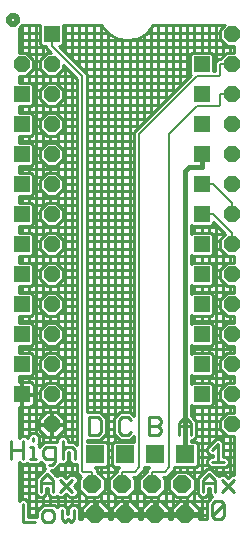
<source format=gbr>
G04 EAGLE Gerber RS-274X export*
G75*
%MOMM*%
%FSLAX34Y34*%
%LPD*%
%INTop Copper*%
%IPPOS*%
%AMOC8*
5,1,8,0,0,1.08239X$1,22.5*%
G01*
%ADD10C,0.406400*%
%ADD11C,0.254000*%
%ADD12P,1.429621X8X22.500000*%
%ADD13R,1.320800X1.320800*%
%ADD14R,1.524000X1.524000*%
%ADD15P,1.649562X8X22.500000*%
%ADD16C,0.381000*%
%ADD17C,0.203200*%


D10*
X-11212Y431800D02*
X-11210Y431919D01*
X-11204Y432039D01*
X-11194Y432158D01*
X-11180Y432276D01*
X-11162Y432394D01*
X-11141Y432512D01*
X-11115Y432628D01*
X-11086Y432744D01*
X-11052Y432859D01*
X-11015Y432972D01*
X-10974Y433084D01*
X-10930Y433195D01*
X-10882Y433305D01*
X-10830Y433412D01*
X-10775Y433518D01*
X-10716Y433622D01*
X-10653Y433724D01*
X-10588Y433823D01*
X-10519Y433921D01*
X-10447Y434016D01*
X-10372Y434109D01*
X-10293Y434199D01*
X-10212Y434287D01*
X-10128Y434371D01*
X-10041Y434453D01*
X-9952Y434532D01*
X-9860Y434608D01*
X-9765Y434681D01*
X-9668Y434751D01*
X-9569Y434817D01*
X-9467Y434880D01*
X-9364Y434940D01*
X-9259Y434996D01*
X-9152Y435049D01*
X-9043Y435098D01*
X-8932Y435144D01*
X-8820Y435185D01*
X-8707Y435223D01*
X-8593Y435258D01*
X-8477Y435288D01*
X-8361Y435315D01*
X-8244Y435337D01*
X-8126Y435356D01*
X-8007Y435371D01*
X-7888Y435382D01*
X-7769Y435389D01*
X-7650Y435392D01*
X-7530Y435391D01*
X-7411Y435386D01*
X-7292Y435377D01*
X-7173Y435364D01*
X-7055Y435347D01*
X-6938Y435327D01*
X-6821Y435302D01*
X-6705Y435273D01*
X-6590Y435241D01*
X-6476Y435205D01*
X-6363Y435165D01*
X-6252Y435121D01*
X-6143Y435074D01*
X-6035Y435023D01*
X-5928Y434969D01*
X-5824Y434911D01*
X-5722Y434849D01*
X-5621Y434785D01*
X-5523Y434716D01*
X-5427Y434645D01*
X-5334Y434571D01*
X-5243Y434493D01*
X-5155Y434413D01*
X-5070Y434329D01*
X-4987Y434243D01*
X-4907Y434154D01*
X-4830Y434063D01*
X-4757Y433969D01*
X-4686Y433872D01*
X-4619Y433774D01*
X-4555Y433673D01*
X-4494Y433570D01*
X-4437Y433465D01*
X-4384Y433359D01*
X-4334Y433250D01*
X-4287Y433140D01*
X-4245Y433029D01*
X-4206Y432916D01*
X-4170Y432802D01*
X-4139Y432686D01*
X-4112Y432570D01*
X-4088Y432453D01*
X-4068Y432335D01*
X-4052Y432217D01*
X-4040Y432098D01*
X-4032Y431979D01*
X-4028Y431860D01*
X-4028Y431740D01*
X-4032Y431621D01*
X-4040Y431502D01*
X-4052Y431383D01*
X-4068Y431265D01*
X-4088Y431147D01*
X-4112Y431030D01*
X-4139Y430914D01*
X-4170Y430798D01*
X-4206Y430684D01*
X-4245Y430571D01*
X-4287Y430460D01*
X-4334Y430350D01*
X-4384Y430241D01*
X-4437Y430135D01*
X-4494Y430030D01*
X-4555Y429927D01*
X-4619Y429826D01*
X-4686Y429728D01*
X-4757Y429631D01*
X-4830Y429537D01*
X-4907Y429446D01*
X-4987Y429357D01*
X-5070Y429271D01*
X-5155Y429187D01*
X-5243Y429107D01*
X-5334Y429029D01*
X-5427Y428955D01*
X-5523Y428884D01*
X-5621Y428815D01*
X-5722Y428751D01*
X-5824Y428689D01*
X-5928Y428631D01*
X-6035Y428577D01*
X-6143Y428526D01*
X-6252Y428479D01*
X-6363Y428435D01*
X-6476Y428395D01*
X-6590Y428359D01*
X-6705Y428327D01*
X-6821Y428298D01*
X-6938Y428273D01*
X-7055Y428253D01*
X-7173Y428236D01*
X-7292Y428223D01*
X-7411Y428214D01*
X-7530Y428209D01*
X-7650Y428208D01*
X-7769Y428211D01*
X-7888Y428218D01*
X-8007Y428229D01*
X-8126Y428244D01*
X-8244Y428263D01*
X-8361Y428285D01*
X-8477Y428312D01*
X-8593Y428342D01*
X-8707Y428377D01*
X-8820Y428415D01*
X-8932Y428456D01*
X-9043Y428502D01*
X-9152Y428551D01*
X-9259Y428604D01*
X-9364Y428660D01*
X-9467Y428720D01*
X-9569Y428783D01*
X-9668Y428849D01*
X-9765Y428919D01*
X-9860Y428992D01*
X-9952Y429068D01*
X-10041Y429147D01*
X-10128Y429229D01*
X-10212Y429313D01*
X-10293Y429401D01*
X-10372Y429491D01*
X-10447Y429584D01*
X-10519Y429679D01*
X-10588Y429777D01*
X-10653Y429876D01*
X-10716Y429978D01*
X-10775Y430082D01*
X-10830Y430188D01*
X-10882Y430295D01*
X-10930Y430405D01*
X-10974Y430516D01*
X-11015Y430628D01*
X-11052Y430741D01*
X-11086Y430856D01*
X-11115Y430972D01*
X-11141Y431088D01*
X-11162Y431206D01*
X-11180Y431324D01*
X-11194Y431442D01*
X-11204Y431561D01*
X-11210Y431681D01*
X-11212Y431800D01*
D11*
X57150Y95263D02*
X57150Y80010D01*
X64777Y80010D01*
X67319Y82552D01*
X67319Y92721D01*
X64777Y95263D01*
X57150Y95263D01*
X90177Y95263D02*
X92719Y92721D01*
X90177Y95263D02*
X85092Y95263D01*
X82550Y92721D01*
X82550Y82552D01*
X85092Y80010D01*
X90177Y80010D01*
X92719Y82552D01*
X107950Y80010D02*
X107950Y95263D01*
X115577Y95263D01*
X118119Y92721D01*
X118119Y90179D01*
X115577Y87637D01*
X118119Y85094D01*
X118119Y82552D01*
X115577Y80010D01*
X107950Y80010D01*
X107950Y87637D02*
X115577Y87637D01*
X133350Y90179D02*
X133350Y80010D01*
X133350Y90179D02*
X138434Y95263D01*
X143519Y90179D01*
X143519Y80010D01*
X143519Y87637D02*
X133350Y87637D01*
X16510Y41919D02*
X16510Y31750D01*
X16510Y41919D02*
X21594Y47003D01*
X26679Y41919D01*
X26679Y31750D01*
X26679Y39377D02*
X16510Y39377D01*
X32882Y41919D02*
X43050Y31750D01*
X32882Y31750D02*
X43050Y41919D01*
X-8890Y59690D02*
X-8890Y74943D01*
X-8890Y67317D02*
X1279Y67317D01*
X1279Y74943D02*
X1279Y59690D01*
X7482Y69859D02*
X10024Y69859D01*
X10024Y59690D01*
X7482Y59690D02*
X12566Y59690D01*
X10024Y74943D02*
X10024Y77485D01*
X23480Y54606D02*
X26022Y54606D01*
X28565Y57148D01*
X28565Y69859D01*
X20938Y69859D01*
X18396Y67317D01*
X18396Y62232D01*
X20938Y59690D01*
X28565Y59690D01*
X34768Y59690D02*
X34768Y74943D01*
X37310Y69859D02*
X34768Y67317D01*
X37310Y69859D02*
X42394Y69859D01*
X44936Y67317D01*
X44936Y59690D01*
X1270Y21603D02*
X1270Y6350D01*
X11439Y6350D01*
X20184Y6350D02*
X25268Y6350D01*
X27810Y8892D01*
X27810Y13977D01*
X25268Y16519D01*
X20184Y16519D01*
X17642Y13977D01*
X17642Y8892D01*
X20184Y6350D01*
X34013Y8892D02*
X34013Y16519D01*
X34013Y8892D02*
X36555Y6350D01*
X39097Y8892D01*
X41640Y6350D01*
X44182Y8892D01*
X44182Y16519D01*
X153670Y31750D02*
X153670Y41919D01*
X158754Y47003D01*
X163839Y41919D01*
X163839Y31750D01*
X163839Y39377D02*
X153670Y39377D01*
X170042Y41919D02*
X180210Y31750D01*
X170042Y31750D02*
X180210Y41919D01*
X161290Y67319D02*
X166374Y72403D01*
X166374Y57150D01*
X161290Y57150D02*
X171459Y57150D01*
X161290Y21601D02*
X161290Y11432D01*
X161290Y21601D02*
X163832Y24143D01*
X168917Y24143D01*
X171459Y21601D01*
X171459Y11432D01*
X168917Y8890D01*
X163832Y8890D01*
X161290Y11432D01*
X171459Y21601D01*
D12*
X0Y393700D03*
D13*
X0Y368300D03*
X0Y342900D03*
X0Y317500D03*
X0Y292100D03*
X0Y266700D03*
X0Y241300D03*
X0Y215900D03*
X0Y190500D03*
X0Y165100D03*
X0Y139700D03*
X0Y114300D03*
X152400Y114300D03*
X152400Y139700D03*
X152400Y165100D03*
X152400Y190500D03*
X152400Y215900D03*
X152400Y241300D03*
X152400Y266700D03*
X152400Y292100D03*
X152400Y317500D03*
X152400Y342900D03*
X152400Y368300D03*
X152400Y393700D03*
X25400Y419100D03*
D12*
X25400Y393700D03*
X25400Y368300D03*
X25400Y342900D03*
X25400Y317500D03*
X25400Y292100D03*
X25400Y266700D03*
X25400Y241300D03*
X25400Y215900D03*
X25400Y190500D03*
X25400Y165100D03*
X25400Y139700D03*
X25400Y114300D03*
X25400Y88900D03*
X177800Y88900D03*
X177800Y114300D03*
X177800Y139700D03*
X177800Y165100D03*
X177800Y190500D03*
X177800Y215900D03*
X177800Y241300D03*
X177800Y266700D03*
X177800Y292100D03*
X177800Y317500D03*
X177800Y342900D03*
X177800Y368300D03*
X177800Y393700D03*
X177800Y419100D03*
D14*
X138430Y63500D03*
D15*
X135890Y38100D03*
X138430Y12700D03*
D14*
X113030Y63500D03*
D15*
X110490Y38100D03*
X113030Y12700D03*
D14*
X87630Y63500D03*
D15*
X85090Y38100D03*
X87630Y12700D03*
D14*
X62230Y63500D03*
D15*
X59690Y38100D03*
X62230Y12700D03*
D11*
X35306Y389597D02*
X35306Y393410D01*
X46914Y381802D01*
X46914Y71804D01*
X46830Y71888D01*
X44288Y74431D01*
X39339Y74431D01*
X39339Y76837D01*
X36661Y79515D01*
X32874Y79515D01*
X30196Y76837D01*
X30196Y74431D01*
X19044Y74431D01*
X17279Y72665D01*
X16366Y71752D01*
X16366Y71752D01*
X15589Y70976D01*
X14596Y69982D01*
X14596Y71752D01*
X13947Y72401D01*
X14596Y73049D01*
X14596Y79379D01*
X11918Y82057D01*
X8130Y82057D01*
X5452Y79379D01*
X5452Y77236D01*
X3172Y79515D01*
X-615Y79515D01*
X-2540Y77590D01*
X-2540Y103886D01*
X-762Y103886D01*
X-762Y113538D01*
X762Y113538D01*
X762Y103886D01*
X7106Y103886D01*
X8075Y104146D01*
X8943Y104647D01*
X9653Y105357D01*
X10154Y106225D01*
X10414Y107194D01*
X10414Y113538D01*
X762Y113538D01*
X762Y115062D01*
X10414Y115062D01*
X10414Y121406D01*
X10154Y122375D01*
X9653Y123243D01*
X8943Y123953D01*
X8075Y124454D01*
X7106Y124714D01*
X762Y124714D01*
X762Y115062D01*
X-762Y115062D01*
X-762Y124714D01*
X-2540Y124714D01*
X-2540Y129794D01*
X7972Y129794D01*
X9906Y131728D01*
X9906Y147672D01*
X7972Y149606D01*
X-2540Y149606D01*
X-2540Y155194D01*
X7972Y155194D01*
X9906Y157128D01*
X9906Y173072D01*
X7972Y175006D01*
X-2540Y175006D01*
X-2540Y180594D01*
X7972Y180594D01*
X9906Y182528D01*
X9906Y198472D01*
X7972Y200406D01*
X-2540Y200406D01*
X-2540Y205994D01*
X7972Y205994D01*
X9906Y207928D01*
X9906Y223872D01*
X7972Y225806D01*
X-2540Y225806D01*
X-2540Y231394D01*
X7972Y231394D01*
X9906Y233328D01*
X9906Y249272D01*
X7972Y251206D01*
X-2540Y251206D01*
X-2540Y256794D01*
X7972Y256794D01*
X9906Y258728D01*
X9906Y274672D01*
X7972Y276606D01*
X-2540Y276606D01*
X-2540Y282194D01*
X7972Y282194D01*
X9906Y284128D01*
X9906Y300072D01*
X7972Y302006D01*
X-2540Y302006D01*
X-2540Y307594D01*
X7972Y307594D01*
X9906Y309528D01*
X9906Y325472D01*
X7972Y327406D01*
X-2540Y327406D01*
X-2540Y332994D01*
X7972Y332994D01*
X9906Y334928D01*
X9906Y350872D01*
X7972Y352806D01*
X-2540Y352806D01*
X-2540Y358394D01*
X7972Y358394D01*
X9906Y360328D01*
X9906Y376272D01*
X7972Y378206D01*
X-2540Y378206D01*
X-2540Y383794D01*
X4103Y383794D01*
X9906Y389597D01*
X9906Y397803D01*
X4103Y403606D01*
X-2540Y403606D01*
X-2540Y424998D01*
X-399Y426553D01*
X-180Y427228D01*
X15650Y427228D01*
X15494Y427072D01*
X15494Y411128D01*
X17428Y409194D01*
X21082Y409194D01*
X21082Y407634D01*
X25110Y403606D01*
X21297Y403606D01*
X15494Y397803D01*
X15494Y389597D01*
X21297Y383794D01*
X29503Y383794D01*
X35306Y389597D01*
X26162Y99314D02*
X26162Y89662D01*
X24638Y89662D01*
X24638Y99314D01*
X21086Y99314D01*
X14986Y93214D01*
X14986Y89662D01*
X24638Y89662D01*
X24638Y88138D01*
X14986Y88138D01*
X14986Y84586D01*
X21086Y78486D01*
X24638Y78486D01*
X24638Y88138D01*
X26162Y88138D01*
X26162Y78486D01*
X29714Y78486D01*
X35814Y84586D01*
X35814Y88138D01*
X26162Y88138D01*
X26162Y89662D01*
X35814Y89662D01*
X35814Y93214D01*
X29714Y99314D01*
X26162Y99314D01*
X35306Y364197D02*
X35306Y372403D01*
X29503Y378206D01*
X21297Y378206D01*
X15494Y372403D01*
X15494Y364197D01*
X21297Y358394D01*
X29503Y358394D01*
X35306Y364197D01*
X35306Y347003D02*
X35306Y338797D01*
X35306Y347003D02*
X29503Y352806D01*
X21297Y352806D01*
X15494Y347003D01*
X15494Y338797D01*
X21297Y332994D01*
X29503Y332994D01*
X35306Y338797D01*
X35306Y321603D02*
X35306Y313397D01*
X35306Y321603D02*
X29503Y327406D01*
X21297Y327406D01*
X15494Y321603D01*
X15494Y313397D01*
X21297Y307594D01*
X29503Y307594D01*
X35306Y313397D01*
X35306Y296203D02*
X35306Y287997D01*
X35306Y296203D02*
X29503Y302006D01*
X21297Y302006D01*
X15494Y296203D01*
X15494Y287997D01*
X21297Y282194D01*
X29503Y282194D01*
X35306Y287997D01*
X35306Y270803D02*
X35306Y262597D01*
X35306Y270803D02*
X29503Y276606D01*
X21297Y276606D01*
X15494Y270803D01*
X15494Y262597D01*
X21297Y256794D01*
X29503Y256794D01*
X35306Y262597D01*
X35306Y245403D02*
X35306Y237197D01*
X35306Y245403D02*
X29503Y251206D01*
X21297Y251206D01*
X15494Y245403D01*
X15494Y237197D01*
X21297Y231394D01*
X29503Y231394D01*
X35306Y237197D01*
X35306Y220003D02*
X35306Y211797D01*
X35306Y220003D02*
X29503Y225806D01*
X21297Y225806D01*
X15494Y220003D01*
X15494Y211797D01*
X21297Y205994D01*
X29503Y205994D01*
X35306Y211797D01*
X35306Y194603D02*
X35306Y186397D01*
X35306Y194603D02*
X29503Y200406D01*
X21297Y200406D01*
X15494Y194603D01*
X15494Y186397D01*
X21297Y180594D01*
X29503Y180594D01*
X35306Y186397D01*
X35306Y169203D02*
X35306Y160997D01*
X35306Y169203D02*
X29503Y175006D01*
X21297Y175006D01*
X15494Y169203D01*
X15494Y160997D01*
X21297Y155194D01*
X29503Y155194D01*
X35306Y160997D01*
X35306Y143803D02*
X35306Y135597D01*
X35306Y143803D02*
X29503Y149606D01*
X21297Y149606D01*
X15494Y143803D01*
X15494Y135597D01*
X21297Y129794D01*
X29503Y129794D01*
X35306Y135597D01*
X35306Y118403D02*
X35306Y110197D01*
X35306Y118403D02*
X29503Y124206D01*
X21297Y124206D01*
X15494Y118403D01*
X15494Y110197D01*
X21297Y104394D01*
X29503Y104394D01*
X35306Y110197D01*
X33372Y409194D02*
X31736Y409194D01*
X33372Y409194D02*
X35306Y411128D01*
X35306Y427072D01*
X35150Y427228D01*
X68144Y427228D01*
X68442Y426407D01*
X68442Y426407D01*
X73912Y419888D01*
X73912Y419888D01*
X73912Y419888D01*
X81282Y415633D01*
X81282Y415633D01*
X89662Y414156D01*
X89662Y414156D01*
X98042Y415633D01*
X98042Y415633D01*
X105412Y419888D01*
X105412Y419888D01*
X110882Y426407D01*
X110882Y426407D01*
X111180Y427228D01*
X171919Y427228D01*
X167894Y423203D01*
X167894Y414997D01*
X173697Y409194D01*
X180140Y409194D01*
X180140Y403606D01*
X173697Y403606D01*
X168109Y398018D01*
X166334Y398018D01*
X163805Y395489D01*
X163805Y388341D01*
X162306Y388341D01*
X162306Y401672D01*
X160372Y403606D01*
X144428Y403606D01*
X142494Y401672D01*
X142494Y385728D01*
X143481Y384741D01*
X95476Y336736D01*
X95453Y336713D01*
X95453Y336713D01*
X95453Y336713D01*
X95453Y334942D01*
X95453Y96452D01*
X94748Y97157D01*
X92070Y99835D01*
X83198Y99835D01*
X81433Y98070D01*
X80520Y97157D01*
X80520Y97157D01*
X79743Y96380D01*
X77978Y94615D01*
X77978Y80658D01*
X80520Y78116D01*
X83198Y75438D01*
X92070Y75438D01*
X93785Y77153D01*
X95453Y78821D01*
X95453Y74422D01*
X78642Y74422D01*
X76708Y72488D01*
X76708Y54512D01*
X78642Y52578D01*
X82768Y52578D01*
X80772Y50582D01*
X80772Y49022D01*
X80566Y49022D01*
X74168Y42624D01*
X74168Y33576D01*
X80566Y27178D01*
X89614Y27178D01*
X96012Y33576D01*
X96012Y42624D01*
X94161Y44475D01*
X97572Y44475D01*
X100101Y47004D01*
X104089Y50992D01*
X104089Y52578D01*
X108168Y52578D01*
X106172Y50582D01*
X106172Y49022D01*
X105966Y49022D01*
X99568Y42624D01*
X99568Y33576D01*
X105966Y27178D01*
X115014Y27178D01*
X121412Y33576D01*
X121412Y42624D01*
X119561Y44475D01*
X122972Y44475D01*
X125501Y47004D01*
X129489Y50992D01*
X129489Y52578D01*
X147418Y52578D01*
X149352Y54512D01*
X149352Y72488D01*
X147418Y74422D01*
X143637Y74422D01*
X143637Y75438D01*
X145412Y75438D01*
X148091Y78116D01*
X148091Y92072D01*
X145412Y94751D01*
X143637Y96526D01*
X143637Y105185D01*
X144428Y104394D01*
X160372Y104394D01*
X162306Y106328D01*
X162306Y122272D01*
X160372Y124206D01*
X144428Y124206D01*
X143637Y123415D01*
X143637Y130585D01*
X144428Y129794D01*
X160372Y129794D01*
X162306Y131728D01*
X162306Y147672D01*
X160372Y149606D01*
X144428Y149606D01*
X143637Y148815D01*
X143637Y155985D01*
X144428Y155194D01*
X160372Y155194D01*
X162306Y157128D01*
X162306Y173072D01*
X160372Y175006D01*
X144428Y175006D01*
X143637Y174215D01*
X143637Y181385D01*
X144428Y180594D01*
X160372Y180594D01*
X162306Y182528D01*
X162306Y198472D01*
X160372Y200406D01*
X144428Y200406D01*
X143637Y199615D01*
X143637Y206785D01*
X144428Y205994D01*
X160372Y205994D01*
X162306Y207928D01*
X162306Y223872D01*
X160372Y225806D01*
X144428Y225806D01*
X143637Y225015D01*
X143637Y232185D01*
X144428Y231394D01*
X160372Y231394D01*
X162306Y233328D01*
X162306Y249272D01*
X160372Y251206D01*
X144428Y251206D01*
X143637Y250415D01*
X143637Y257585D01*
X144428Y256794D01*
X160372Y256794D01*
X162306Y258728D01*
X162306Y260364D01*
X172581Y250090D01*
X167894Y245403D01*
X167894Y237197D01*
X173697Y231394D01*
X180140Y231394D01*
X180140Y225806D01*
X173697Y225806D01*
X167894Y220003D01*
X167894Y211797D01*
X173697Y205994D01*
X180140Y205994D01*
X180140Y200406D01*
X173697Y200406D01*
X167894Y194603D01*
X167894Y186397D01*
X173697Y180594D01*
X180140Y180594D01*
X180140Y175006D01*
X173697Y175006D01*
X167894Y169203D01*
X167894Y160997D01*
X173697Y155194D01*
X180140Y155194D01*
X180140Y149606D01*
X173697Y149606D01*
X167894Y143803D01*
X167894Y135597D01*
X173697Y129794D01*
X180140Y129794D01*
X180140Y124206D01*
X173697Y124206D01*
X167894Y118403D01*
X167894Y110197D01*
X173697Y104394D01*
X180140Y104394D01*
X180140Y98806D01*
X173697Y98806D01*
X167894Y93003D01*
X167894Y84797D01*
X173697Y78994D01*
X180140Y78994D01*
X180140Y46491D01*
X178316Y46491D01*
X175126Y43300D01*
X171935Y46491D01*
X168148Y46491D01*
X166940Y45283D01*
X165732Y46491D01*
X165732Y46491D01*
X160648Y51575D01*
X156861Y51575D01*
X154182Y48897D01*
X154182Y48897D01*
X151776Y46491D01*
X151776Y46491D01*
X149098Y43812D01*
X149098Y29856D01*
X151776Y27178D01*
X155564Y27178D01*
X158242Y29856D01*
X158242Y34805D01*
X159267Y34805D01*
X159267Y29856D01*
X161173Y27950D01*
X160223Y27000D01*
X159260Y26037D01*
X159260Y26037D01*
X158433Y25209D01*
X156718Y23495D01*
X156718Y9538D01*
X157366Y8890D01*
X149860Y8890D01*
X149860Y11430D01*
X139700Y11430D01*
X139700Y13970D01*
X149860Y13970D01*
X149860Y17434D01*
X143164Y24130D01*
X139700Y24130D01*
X139700Y13970D01*
X137160Y13970D01*
X137160Y24130D01*
X133696Y24130D01*
X127000Y17434D01*
X127000Y13970D01*
X137160Y13970D01*
X137160Y11430D01*
X127000Y11430D01*
X127000Y8890D01*
X124460Y8890D01*
X124460Y11430D01*
X114300Y11430D01*
X114300Y13970D01*
X124460Y13970D01*
X124460Y17434D01*
X117764Y24130D01*
X114300Y24130D01*
X114300Y13970D01*
X111760Y13970D01*
X111760Y24130D01*
X108296Y24130D01*
X101600Y17434D01*
X101600Y13970D01*
X111760Y13970D01*
X111760Y11430D01*
X101600Y11430D01*
X101600Y8890D01*
X99060Y8890D01*
X99060Y11430D01*
X88900Y11430D01*
X88900Y13970D01*
X99060Y13970D01*
X99060Y17434D01*
X92364Y24130D01*
X88900Y24130D01*
X88900Y13970D01*
X86360Y13970D01*
X86360Y24130D01*
X82896Y24130D01*
X76200Y17434D01*
X76200Y13970D01*
X86360Y13970D01*
X86360Y11430D01*
X76200Y11430D01*
X76200Y8890D01*
X73660Y8890D01*
X73660Y11430D01*
X63500Y11430D01*
X63500Y13970D01*
X73660Y13970D01*
X73660Y17434D01*
X66964Y24130D01*
X63500Y24130D01*
X63500Y13970D01*
X60960Y13970D01*
X60960Y24130D01*
X57496Y24130D01*
X50800Y17434D01*
X50800Y13970D01*
X60960Y13970D01*
X60960Y11430D01*
X50800Y11430D01*
X50800Y8890D01*
X48754Y8890D01*
X48754Y18412D01*
X46076Y21091D01*
X42288Y21091D01*
X39610Y18412D01*
X39610Y13464D01*
X38585Y13464D01*
X38585Y18412D01*
X35907Y21091D01*
X32119Y21091D01*
X29641Y18612D01*
X27162Y21091D01*
X18290Y21091D01*
X16525Y19325D01*
X15612Y18412D01*
X15612Y18412D01*
X14835Y17636D01*
X13070Y15870D01*
X13070Y10922D01*
X5842Y10922D01*
X5842Y23497D01*
X3164Y26175D01*
X-624Y26175D01*
X-2540Y24259D01*
X-2540Y57043D01*
X-615Y55118D01*
X3172Y55118D01*
X4380Y56326D01*
X5588Y55118D01*
X14460Y55118D01*
X16752Y57410D01*
X18908Y55254D01*
X18908Y52712D01*
X20045Y51575D01*
X19701Y51575D01*
X17022Y48897D01*
X11938Y43812D01*
X11938Y29856D01*
X14616Y27178D01*
X18404Y27178D01*
X21082Y29856D01*
X21082Y34805D01*
X22107Y34805D01*
X22107Y29856D01*
X24785Y27178D01*
X28572Y27178D01*
X29780Y28386D01*
X30988Y27178D01*
X34775Y27178D01*
X37966Y30369D01*
X41156Y27178D01*
X44944Y27178D01*
X47622Y29856D01*
X47622Y33644D01*
X44432Y36834D01*
X47622Y40025D01*
X47622Y43812D01*
X44944Y46491D01*
X41156Y46491D01*
X37966Y43300D01*
X34775Y46491D01*
X30988Y46491D01*
X29780Y45283D01*
X28572Y46491D01*
X25029Y50034D01*
X27916Y50034D01*
X30458Y52576D01*
X33001Y55118D01*
X36661Y55118D01*
X39339Y57796D01*
X39339Y65287D01*
X40364Y65287D01*
X40364Y57796D01*
X43042Y55118D01*
X46830Y55118D01*
X46914Y55202D01*
X46914Y47563D01*
X47473Y47004D01*
X50002Y44475D01*
X50619Y44475D01*
X48768Y42624D01*
X48768Y33576D01*
X55166Y27178D01*
X64214Y27178D01*
X70612Y33576D01*
X70612Y42624D01*
X64214Y49022D01*
X64008Y49022D01*
X64008Y50582D01*
X62012Y52578D01*
X71218Y52578D01*
X73152Y54512D01*
X73152Y72488D01*
X71218Y74422D01*
X55550Y74422D01*
X55550Y75438D01*
X66670Y75438D01*
X68385Y77153D01*
X69212Y77980D01*
X69212Y77980D01*
X70176Y78943D01*
X71891Y80658D01*
X71891Y94615D01*
X69348Y97157D01*
X66670Y99835D01*
X55550Y99835D01*
X55550Y385380D01*
X53021Y387909D01*
X31736Y409194D01*
X156718Y69212D02*
X156718Y65425D01*
X159396Y62747D01*
X161802Y62747D01*
X161802Y61722D01*
X159396Y61722D01*
X156718Y59044D01*
X156718Y55256D01*
X159396Y52578D01*
X173352Y52578D01*
X176031Y55256D01*
X176031Y59044D01*
X173352Y61722D01*
X170946Y61722D01*
X170946Y74297D01*
X168268Y76975D01*
X164481Y76975D01*
X161802Y74297D01*
X156718Y69212D01*
X146812Y42624D02*
X146812Y33576D01*
X146812Y42624D02*
X140414Y49022D01*
X131366Y49022D01*
X124968Y42624D01*
X124968Y33576D01*
X131366Y27178D01*
X140414Y27178D01*
X146812Y33576D01*
X13070Y12192D02*
X5842Y12192D01*
X48754Y12192D02*
X60960Y12192D01*
X63500Y12192D02*
X86360Y12192D01*
X88900Y12192D02*
X111760Y12192D01*
X114300Y12192D02*
X137160Y12192D01*
X139700Y12192D02*
X156718Y12192D01*
X15487Y18288D02*
X5842Y18288D01*
X38585Y18288D02*
X39610Y18288D01*
X48754Y18288D02*
X51654Y18288D01*
X60960Y18288D02*
X63500Y18288D01*
X72806Y18288D02*
X77054Y18288D01*
X86360Y18288D02*
X88900Y18288D01*
X98206Y18288D02*
X102454Y18288D01*
X111760Y18288D02*
X114300Y18288D01*
X123606Y18288D02*
X127854Y18288D01*
X137160Y18288D02*
X139700Y18288D01*
X149006Y18288D02*
X156718Y18288D01*
X-2415Y24384D02*
X-2540Y24384D01*
X4955Y24384D02*
X157607Y24384D01*
X11938Y30480D02*
X-2540Y30480D01*
X21082Y30480D02*
X22107Y30480D01*
X47622Y30480D02*
X51864Y30480D01*
X67516Y30480D02*
X77264Y30480D01*
X92916Y30480D02*
X102664Y30480D01*
X118316Y30480D02*
X128064Y30480D01*
X143716Y30480D02*
X149098Y30480D01*
X158242Y30480D02*
X159267Y30480D01*
X11938Y36576D02*
X-2540Y36576D01*
X44690Y36576D02*
X48768Y36576D01*
X70612Y36576D02*
X74168Y36576D01*
X96012Y36576D02*
X99568Y36576D01*
X121412Y36576D02*
X124968Y36576D01*
X146812Y36576D02*
X149098Y36576D01*
X11938Y42672D02*
X-2540Y42672D01*
X47622Y42672D02*
X48816Y42672D01*
X70564Y42672D02*
X74216Y42672D01*
X95964Y42672D02*
X99616Y42672D01*
X121364Y42672D02*
X125016Y42672D01*
X146764Y42672D02*
X149098Y42672D01*
X16894Y48768D02*
X-2540Y48768D01*
X26295Y48768D02*
X46914Y48768D01*
X64468Y48768D02*
X80312Y48768D01*
X101865Y48768D02*
X105712Y48768D01*
X127265Y48768D02*
X131112Y48768D01*
X140668Y48768D02*
X154054Y48768D01*
X163455Y48768D02*
X180140Y48768D01*
X18908Y54864D02*
X-2540Y54864D01*
X32747Y54864D02*
X46914Y54864D01*
X73152Y54864D02*
X76708Y54864D01*
X149352Y54864D02*
X157110Y54864D01*
X175638Y54864D02*
X180140Y54864D01*
X40364Y60960D02*
X39339Y60960D01*
X73152Y60960D02*
X76708Y60960D01*
X149352Y60960D02*
X158634Y60960D01*
X174114Y60960D02*
X180140Y60960D01*
X76708Y67056D02*
X73152Y67056D01*
X149352Y67056D02*
X156718Y67056D01*
X170946Y67056D02*
X180140Y67056D01*
X17766Y73152D02*
X14596Y73152D01*
X45566Y73152D02*
X46914Y73152D01*
X72488Y73152D02*
X77372Y73152D01*
X148688Y73152D02*
X160658Y73152D01*
X170946Y73152D02*
X180140Y73152D01*
X-882Y79248D02*
X-2540Y79248D01*
X3439Y79248D02*
X5452Y79248D01*
X14596Y79248D02*
X20324Y79248D01*
X24638Y79248D02*
X26162Y79248D01*
X30476Y79248D02*
X32607Y79248D01*
X36928Y79248D02*
X46914Y79248D01*
X70480Y79248D02*
X79388Y79248D01*
X148091Y79248D02*
X173443Y79248D01*
X14986Y85344D02*
X-2540Y85344D01*
X24638Y85344D02*
X26162Y85344D01*
X35814Y85344D02*
X46914Y85344D01*
X71891Y85344D02*
X77978Y85344D01*
X148091Y85344D02*
X167894Y85344D01*
X14986Y91440D02*
X-2540Y91440D01*
X24638Y91440D02*
X26162Y91440D01*
X35814Y91440D02*
X46914Y91440D01*
X71891Y91440D02*
X77978Y91440D01*
X148091Y91440D02*
X167894Y91440D01*
X19308Y97536D02*
X-2540Y97536D01*
X24638Y97536D02*
X26162Y97536D01*
X31492Y97536D02*
X46914Y97536D01*
X68969Y97536D02*
X80899Y97536D01*
X94369Y97536D02*
X95453Y97536D01*
X143637Y97536D02*
X172427Y97536D01*
X46914Y103632D02*
X-2540Y103632D01*
X55550Y103632D02*
X95453Y103632D01*
X143637Y103632D02*
X180140Y103632D01*
X762Y109728D02*
X-762Y109728D01*
X10414Y109728D02*
X15963Y109728D01*
X34837Y109728D02*
X46914Y109728D01*
X55550Y109728D02*
X95453Y109728D01*
X162306Y109728D02*
X168363Y109728D01*
X762Y115824D02*
X-762Y115824D01*
X10414Y115824D02*
X15494Y115824D01*
X35306Y115824D02*
X46914Y115824D01*
X55550Y115824D02*
X95453Y115824D01*
X162306Y115824D02*
X167894Y115824D01*
X762Y121920D02*
X-762Y121920D01*
X10276Y121920D02*
X19011Y121920D01*
X31789Y121920D02*
X46914Y121920D01*
X55550Y121920D02*
X95453Y121920D01*
X162306Y121920D02*
X171411Y121920D01*
X46914Y128016D02*
X-2540Y128016D01*
X55550Y128016D02*
X95453Y128016D01*
X143637Y128016D02*
X180140Y128016D01*
X16979Y134112D02*
X9906Y134112D01*
X33821Y134112D02*
X46914Y134112D01*
X55550Y134112D02*
X95453Y134112D01*
X162306Y134112D02*
X169379Y134112D01*
X15494Y140208D02*
X9906Y140208D01*
X35306Y140208D02*
X46914Y140208D01*
X55550Y140208D02*
X95453Y140208D01*
X162306Y140208D02*
X167894Y140208D01*
X17995Y146304D02*
X9906Y146304D01*
X32805Y146304D02*
X46914Y146304D01*
X55550Y146304D02*
X95453Y146304D01*
X162306Y146304D02*
X170395Y146304D01*
X46914Y152400D02*
X-2540Y152400D01*
X55550Y152400D02*
X95453Y152400D01*
X143637Y152400D02*
X180140Y152400D01*
X17995Y158496D02*
X9906Y158496D01*
X32805Y158496D02*
X46914Y158496D01*
X55550Y158496D02*
X95453Y158496D01*
X162306Y158496D02*
X170395Y158496D01*
X15494Y164592D02*
X9906Y164592D01*
X35306Y164592D02*
X46914Y164592D01*
X55550Y164592D02*
X95453Y164592D01*
X162306Y164592D02*
X167894Y164592D01*
X16979Y170688D02*
X9906Y170688D01*
X33821Y170688D02*
X46914Y170688D01*
X55550Y170688D02*
X95453Y170688D01*
X162306Y170688D02*
X169379Y170688D01*
X46914Y176784D02*
X-2540Y176784D01*
X55550Y176784D02*
X95453Y176784D01*
X143637Y176784D02*
X180140Y176784D01*
X19011Y182880D02*
X9906Y182880D01*
X31789Y182880D02*
X46914Y182880D01*
X55550Y182880D02*
X95453Y182880D01*
X162306Y182880D02*
X171411Y182880D01*
X15494Y188976D02*
X9906Y188976D01*
X35306Y188976D02*
X46914Y188976D01*
X55550Y188976D02*
X95453Y188976D01*
X162306Y188976D02*
X167894Y188976D01*
X15963Y195072D02*
X9906Y195072D01*
X34837Y195072D02*
X46914Y195072D01*
X55550Y195072D02*
X95453Y195072D01*
X162306Y195072D02*
X168363Y195072D01*
X46914Y201168D02*
X-2540Y201168D01*
X55550Y201168D02*
X95453Y201168D01*
X143637Y201168D02*
X180140Y201168D01*
X20027Y207264D02*
X9242Y207264D01*
X30773Y207264D02*
X46914Y207264D01*
X55550Y207264D02*
X95453Y207264D01*
X161642Y207264D02*
X172427Y207264D01*
X15494Y213360D02*
X9906Y213360D01*
X35306Y213360D02*
X46914Y213360D01*
X55550Y213360D02*
X95453Y213360D01*
X162306Y213360D02*
X167894Y213360D01*
X15494Y219456D02*
X9906Y219456D01*
X35306Y219456D02*
X46914Y219456D01*
X55550Y219456D02*
X95453Y219456D01*
X162306Y219456D02*
X167894Y219456D01*
X21043Y225552D02*
X8226Y225552D01*
X29757Y225552D02*
X46914Y225552D01*
X55550Y225552D02*
X95453Y225552D01*
X143637Y225552D02*
X144174Y225552D01*
X160626Y225552D02*
X173443Y225552D01*
X21043Y231648D02*
X8226Y231648D01*
X29757Y231648D02*
X46914Y231648D01*
X55550Y231648D02*
X95453Y231648D01*
X143637Y231648D02*
X144174Y231648D01*
X160626Y231648D02*
X173443Y231648D01*
X15494Y237744D02*
X9906Y237744D01*
X35306Y237744D02*
X46914Y237744D01*
X55550Y237744D02*
X95453Y237744D01*
X162306Y237744D02*
X167894Y237744D01*
X15494Y243840D02*
X9906Y243840D01*
X35306Y243840D02*
X46914Y243840D01*
X55550Y243840D02*
X95453Y243840D01*
X162306Y243840D02*
X167894Y243840D01*
X20027Y249936D02*
X9242Y249936D01*
X30773Y249936D02*
X46914Y249936D01*
X55550Y249936D02*
X95453Y249936D01*
X161642Y249936D02*
X172427Y249936D01*
X46914Y256032D02*
X-2540Y256032D01*
X55550Y256032D02*
X95453Y256032D01*
X143637Y256032D02*
X166638Y256032D01*
X15963Y262128D02*
X9906Y262128D01*
X34837Y262128D02*
X46914Y262128D01*
X55550Y262128D02*
X95453Y262128D01*
X15494Y268224D02*
X9906Y268224D01*
X35306Y268224D02*
X46914Y268224D01*
X55550Y268224D02*
X95453Y268224D01*
X19011Y274320D02*
X9906Y274320D01*
X31789Y274320D02*
X46914Y274320D01*
X55550Y274320D02*
X95453Y274320D01*
X46914Y280416D02*
X-2540Y280416D01*
X55550Y280416D02*
X95453Y280416D01*
X16979Y286512D02*
X9906Y286512D01*
X33821Y286512D02*
X46914Y286512D01*
X55550Y286512D02*
X95453Y286512D01*
X15494Y292608D02*
X9906Y292608D01*
X35306Y292608D02*
X46914Y292608D01*
X55550Y292608D02*
X95453Y292608D01*
X17995Y298704D02*
X9906Y298704D01*
X32805Y298704D02*
X46914Y298704D01*
X55550Y298704D02*
X95453Y298704D01*
X46914Y304800D02*
X-2540Y304800D01*
X55550Y304800D02*
X95453Y304800D01*
X17995Y310896D02*
X9906Y310896D01*
X32805Y310896D02*
X46914Y310896D01*
X55550Y310896D02*
X95453Y310896D01*
X15494Y316992D02*
X9906Y316992D01*
X35306Y316992D02*
X46914Y316992D01*
X55550Y316992D02*
X95453Y316992D01*
X16979Y323088D02*
X9906Y323088D01*
X33821Y323088D02*
X46914Y323088D01*
X55550Y323088D02*
X95453Y323088D01*
X46914Y329184D02*
X-2540Y329184D01*
X55550Y329184D02*
X95453Y329184D01*
X19011Y335280D02*
X9906Y335280D01*
X31789Y335280D02*
X46914Y335280D01*
X55550Y335280D02*
X95453Y335280D01*
X15494Y341376D02*
X9906Y341376D01*
X35306Y341376D02*
X46914Y341376D01*
X55550Y341376D02*
X100116Y341376D01*
X15963Y347472D02*
X9906Y347472D01*
X34837Y347472D02*
X46914Y347472D01*
X55550Y347472D02*
X106212Y347472D01*
X46914Y353568D02*
X-2540Y353568D01*
X55550Y353568D02*
X112308Y353568D01*
X20027Y359664D02*
X9242Y359664D01*
X30773Y359664D02*
X46914Y359664D01*
X55550Y359664D02*
X118404Y359664D01*
X15494Y365760D02*
X9906Y365760D01*
X35306Y365760D02*
X46914Y365760D01*
X55550Y365760D02*
X124500Y365760D01*
X15494Y371856D02*
X9906Y371856D01*
X35306Y371856D02*
X46914Y371856D01*
X55550Y371856D02*
X130596Y371856D01*
X21043Y377952D02*
X8226Y377952D01*
X29757Y377952D02*
X46914Y377952D01*
X55550Y377952D02*
X136692Y377952D01*
X21043Y384048D02*
X4357Y384048D01*
X29757Y384048D02*
X44668Y384048D01*
X55550Y384048D02*
X142788Y384048D01*
X15494Y390144D02*
X9906Y390144D01*
X35306Y390144D02*
X38572Y390144D01*
X50786Y390144D02*
X142494Y390144D01*
X162306Y390144D02*
X163805Y390144D01*
X15494Y396240D02*
X9906Y396240D01*
X44690Y396240D02*
X142494Y396240D01*
X162306Y396240D02*
X164556Y396240D01*
X20027Y402336D02*
X5373Y402336D01*
X38594Y402336D02*
X143158Y402336D01*
X161642Y402336D02*
X172427Y402336D01*
X21082Y408432D02*
X-2540Y408432D01*
X32498Y408432D02*
X180140Y408432D01*
X15494Y414528D02*
X-2540Y414528D01*
X35306Y414528D02*
X87551Y414528D01*
X91773Y414528D02*
X168363Y414528D01*
X15494Y420624D02*
X-2540Y420624D01*
X35306Y420624D02*
X73295Y420624D01*
X106029Y420624D02*
X167894Y420624D01*
X15494Y426720D02*
X-345Y426720D01*
X35306Y426720D02*
X68328Y426720D01*
X110995Y426720D02*
X171411Y426720D01*
X0Y55118D02*
X0Y26175D01*
X0Y79515D02*
X0Y113538D01*
X0Y115062D02*
X0Y129794D01*
X0Y149606D02*
X0Y155194D01*
X0Y175006D02*
X0Y180594D01*
X0Y200406D02*
X0Y205994D01*
X0Y225806D02*
X0Y231394D01*
X0Y251206D02*
X0Y256794D01*
X0Y276606D02*
X0Y282194D01*
X0Y302006D02*
X0Y307594D01*
X0Y327406D02*
X0Y332994D01*
X0Y352806D02*
X0Y358394D01*
X0Y378206D02*
X0Y383794D01*
X0Y403606D02*
X0Y427228D01*
X6096Y55118D02*
X6096Y10922D01*
X6096Y80023D02*
X6096Y103886D01*
X6096Y113538D02*
X6096Y115062D01*
X6096Y124714D02*
X6096Y129794D01*
X6096Y149606D02*
X6096Y155194D01*
X6096Y175006D02*
X6096Y180594D01*
X6096Y200406D02*
X6096Y205994D01*
X6096Y225806D02*
X6096Y231394D01*
X6096Y251206D02*
X6096Y256794D01*
X6096Y276606D02*
X6096Y282194D01*
X6096Y302006D02*
X6096Y307594D01*
X6096Y327406D02*
X6096Y332994D01*
X6096Y352806D02*
X6096Y358394D01*
X6096Y378206D02*
X6096Y385787D01*
X6096Y401613D02*
X6096Y427228D01*
X12192Y29602D02*
X12192Y10922D01*
X12192Y44066D02*
X12192Y55118D01*
X12192Y81783D02*
X12192Y427228D01*
X18288Y27178D02*
X18288Y21089D01*
X18288Y50162D02*
X18288Y55874D01*
X18288Y73674D02*
X18288Y81284D01*
X18288Y88138D02*
X18288Y89662D01*
X18288Y96516D02*
X18288Y107403D01*
X18288Y121197D02*
X18288Y132803D01*
X18288Y146597D02*
X18288Y158203D01*
X18288Y171997D02*
X18288Y183603D01*
X18288Y197397D02*
X18288Y209003D01*
X18288Y222797D02*
X18288Y234403D01*
X18288Y248197D02*
X18288Y259803D01*
X18288Y273597D02*
X18288Y285203D01*
X18288Y298997D02*
X18288Y310603D01*
X18288Y324397D02*
X18288Y336003D01*
X18288Y349797D02*
X18288Y361403D01*
X18288Y375197D02*
X18288Y386803D01*
X18288Y400597D02*
X18288Y409194D01*
X24384Y27579D02*
X24384Y21091D01*
X24384Y74431D02*
X24384Y78486D01*
X24384Y88138D02*
X24384Y89662D01*
X24384Y99314D02*
X24384Y104394D01*
X24384Y124206D02*
X24384Y129794D01*
X24384Y149606D02*
X24384Y155194D01*
X24384Y175006D02*
X24384Y180594D01*
X24384Y200406D02*
X24384Y205994D01*
X24384Y225806D02*
X24384Y231394D01*
X24384Y251206D02*
X24384Y256794D01*
X24384Y276606D02*
X24384Y282194D01*
X24384Y302006D02*
X24384Y307594D01*
X24384Y327406D02*
X24384Y332994D01*
X24384Y352806D02*
X24384Y358394D01*
X24384Y378206D02*
X24384Y383794D01*
X24384Y403606D02*
X24384Y404332D01*
X30480Y27686D02*
X30480Y19451D01*
X30480Y45983D02*
X30480Y52597D01*
X30480Y77121D02*
X30480Y79252D01*
X30480Y88138D02*
X30480Y89662D01*
X30480Y98548D02*
X30480Y105371D01*
X30480Y123229D02*
X30480Y130771D01*
X30480Y148629D02*
X30480Y156171D01*
X30480Y174029D02*
X30480Y181571D01*
X30480Y199429D02*
X30480Y206971D01*
X30480Y224829D02*
X30480Y232371D01*
X30480Y250229D02*
X30480Y257771D01*
X30480Y275629D02*
X30480Y283171D01*
X30480Y301029D02*
X30480Y308571D01*
X30480Y326429D02*
X30480Y333971D01*
X30480Y351829D02*
X30480Y359371D01*
X30480Y377229D02*
X30480Y384771D01*
X36576Y28979D02*
X36576Y20422D01*
X36576Y44690D02*
X36576Y55118D01*
X36576Y79515D02*
X36576Y392140D01*
X36576Y404354D02*
X36576Y427228D01*
X42672Y27178D02*
X42672Y21091D01*
X42672Y46491D02*
X42672Y55488D01*
X42672Y74431D02*
X42672Y386044D01*
X42672Y398258D02*
X42672Y427228D01*
X48768Y33576D02*
X48768Y8890D01*
X48768Y42624D02*
X48768Y45709D01*
X48768Y392162D02*
X48768Y427228D01*
X54864Y13970D02*
X54864Y11430D01*
X54864Y21498D02*
X54864Y27480D01*
X54864Y386066D02*
X54864Y427228D01*
X60960Y27178D02*
X60960Y13970D01*
X60960Y74422D02*
X60960Y75438D01*
X60960Y99835D02*
X60960Y427228D01*
X67056Y13970D02*
X67056Y11430D01*
X67056Y24038D02*
X67056Y30020D01*
X67056Y46180D02*
X67056Y52578D01*
X67056Y74422D02*
X67056Y75824D01*
X67056Y99449D02*
X67056Y427228D01*
X73152Y13970D02*
X73152Y11430D01*
X73152Y17942D02*
X73152Y420794D01*
X79248Y13970D02*
X79248Y11430D01*
X79248Y20482D02*
X79248Y28496D01*
X79248Y47704D02*
X79248Y52578D01*
X79248Y74422D02*
X79248Y79388D01*
X79248Y95885D02*
X79248Y416808D01*
X85344Y13970D02*
X85344Y11430D01*
X85344Y24130D02*
X85344Y27178D01*
X85344Y74422D02*
X85344Y75438D01*
X85344Y99835D02*
X85344Y414917D01*
X91440Y13970D02*
X91440Y11430D01*
X91440Y24130D02*
X91440Y29004D01*
X91440Y74422D02*
X91440Y75438D01*
X91440Y99835D02*
X91440Y414469D01*
X97536Y13970D02*
X97536Y11430D01*
X97536Y18958D02*
X97536Y44475D01*
X97536Y338796D02*
X97536Y415544D01*
X103632Y13970D02*
X103632Y11430D01*
X103632Y19466D02*
X103632Y29512D01*
X103632Y46688D02*
X103632Y50535D01*
X103632Y344892D02*
X103632Y418861D01*
X109728Y13970D02*
X109728Y11430D01*
X109728Y24130D02*
X109728Y27178D01*
X109728Y350988D02*
X109728Y425032D01*
X115824Y13970D02*
X115824Y11430D01*
X115824Y24130D02*
X115824Y27988D01*
X115824Y357084D02*
X115824Y427228D01*
X121920Y13970D02*
X121920Y11430D01*
X121920Y19974D02*
X121920Y44475D01*
X121920Y363180D02*
X121920Y427228D01*
X128016Y13970D02*
X128016Y11430D01*
X128016Y18450D02*
X128016Y30528D01*
X128016Y45672D02*
X128016Y49519D01*
X128016Y369276D02*
X128016Y427228D01*
X134112Y13970D02*
X134112Y11430D01*
X134112Y24130D02*
X134112Y27178D01*
X134112Y49022D02*
X134112Y52578D01*
X134112Y375372D02*
X134112Y427228D01*
X140208Y13970D02*
X140208Y11430D01*
X140208Y24130D02*
X140208Y27178D01*
X140208Y49022D02*
X140208Y52578D01*
X140208Y381468D02*
X140208Y427228D01*
X146304Y13970D02*
X146304Y11430D01*
X146304Y20990D02*
X146304Y33068D01*
X146304Y43132D02*
X146304Y52578D01*
X146304Y74422D02*
X146304Y76330D01*
X146304Y93859D02*
X146304Y104394D01*
X146304Y124206D02*
X146304Y129794D01*
X146304Y149606D02*
X146304Y155194D01*
X146304Y175006D02*
X146304Y180594D01*
X146304Y200406D02*
X146304Y205994D01*
X146304Y225806D02*
X146304Y231394D01*
X146304Y251206D02*
X146304Y256794D01*
X146304Y403606D02*
X146304Y427228D01*
X152400Y27178D02*
X152400Y8890D01*
X152400Y47114D02*
X152400Y104394D01*
X152400Y124206D02*
X152400Y129794D01*
X152400Y149606D02*
X152400Y155194D01*
X152400Y175006D02*
X152400Y180594D01*
X152400Y200406D02*
X152400Y205994D01*
X152400Y225806D02*
X152400Y231394D01*
X152400Y251206D02*
X152400Y256794D01*
X152400Y403606D02*
X152400Y427228D01*
X158496Y34805D02*
X158496Y25273D01*
X158496Y51575D02*
X158496Y53478D01*
X158496Y60822D02*
X158496Y63647D01*
X158496Y70990D02*
X158496Y104394D01*
X158496Y124206D02*
X158496Y129794D01*
X158496Y149606D02*
X158496Y155194D01*
X158496Y175006D02*
X158496Y180594D01*
X158496Y200406D02*
X158496Y205994D01*
X158496Y225806D02*
X158496Y231394D01*
X158496Y251206D02*
X158496Y256794D01*
X158496Y403606D02*
X158496Y427228D01*
X164592Y52578D02*
X164592Y47631D01*
X164592Y76975D02*
X164592Y258078D01*
X164592Y396276D02*
X164592Y427228D01*
X170688Y52578D02*
X170688Y46491D01*
X170688Y74555D02*
X170688Y82003D01*
X170688Y95797D02*
X170688Y107403D01*
X170688Y121197D02*
X170688Y132803D01*
X170688Y146597D02*
X170688Y158203D01*
X170688Y171997D02*
X170688Y183603D01*
X170688Y197397D02*
X170688Y209003D01*
X170688Y222797D02*
X170688Y234403D01*
X170688Y248197D02*
X170688Y251982D01*
X170688Y400597D02*
X170688Y412203D01*
X170688Y425997D02*
X170688Y427228D01*
X176784Y78994D02*
X176784Y44958D01*
X176784Y98806D02*
X176784Y104394D01*
X176784Y124206D02*
X176784Y129794D01*
X176784Y149606D02*
X176784Y155194D01*
X176784Y175006D02*
X176784Y180594D01*
X176784Y200406D02*
X176784Y205994D01*
X176784Y225806D02*
X176784Y231394D01*
X176784Y403606D02*
X176784Y409194D01*
D16*
X152400Y317500D02*
X152400Y306934D01*
X141834Y306934D01*
X138430Y303530D01*
X138430Y63500D01*
D17*
X152400Y266700D02*
X162077Y266700D01*
X177800Y250977D02*
X177800Y241300D01*
X177800Y250977D02*
X162077Y266700D01*
X110490Y48793D02*
X110490Y38100D01*
X168123Y368300D02*
X177800Y368300D01*
X168123Y368300D02*
X168123Y359181D01*
X167564Y358623D01*
X148869Y358623D01*
X125171Y334924D01*
X125171Y52781D01*
X121183Y48793D01*
X110490Y48793D01*
X85090Y48793D02*
X85090Y38100D01*
X168123Y393700D02*
X177800Y393700D01*
X168123Y393700D02*
X168123Y384581D01*
X167564Y384023D01*
X148869Y384023D01*
X99771Y334924D01*
X99771Y52781D01*
X95783Y48793D01*
X85090Y48793D01*
X59690Y48793D02*
X59690Y38100D01*
X25400Y409423D02*
X25400Y419100D01*
X25400Y409423D02*
X51232Y383591D01*
X51232Y49352D01*
X51791Y48793D01*
X59690Y48793D01*
X152400Y292100D02*
X162077Y292100D01*
X177800Y276377D02*
X177800Y266700D01*
X177800Y276377D02*
X162077Y292100D01*
M02*

</source>
